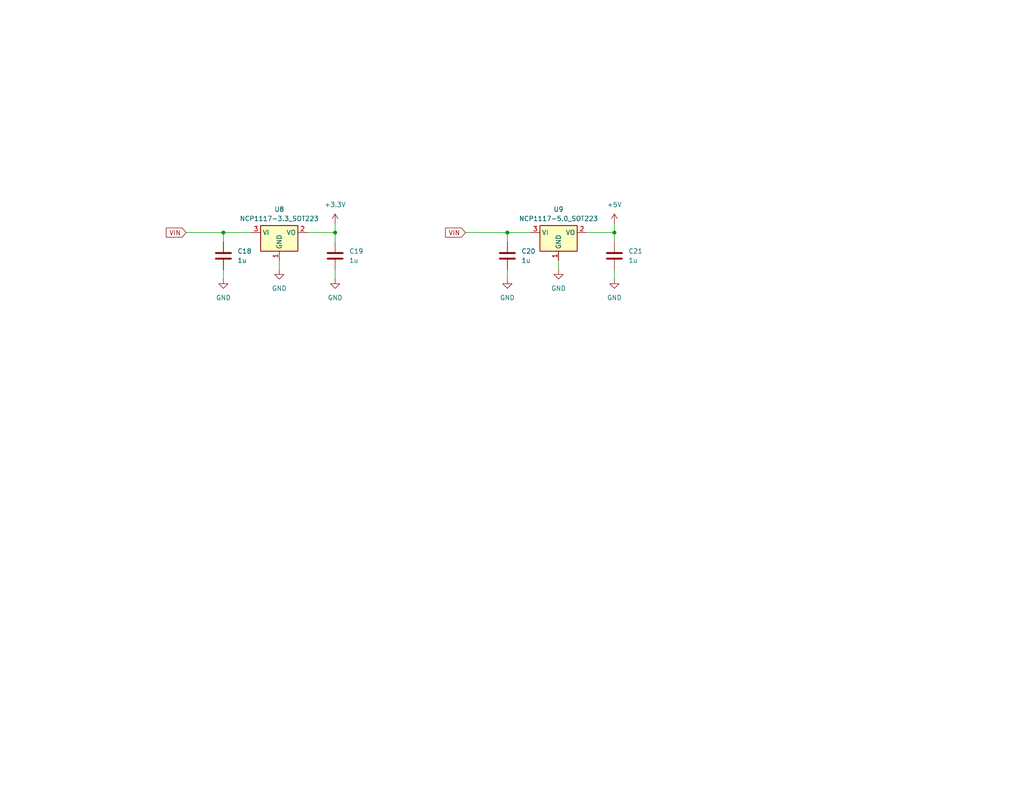
<source format=kicad_sch>
(kicad_sch (version 20231120) (generator "eeschema") (generator_version "8.0")
  (paper "USLetter")
  (title_block (title "DC Sources") (date "2024-04-02") (rev "1"))
  (lib_symbols
    (symbol "Device:C" (pin_numbers hide) (pin_names (offset 0.254))
      (property "Reference" "C" (at 0.635 2.54 0))
      (property "Value" "C" (at 0.635 -2.54 0))
      (symbol "C_0_1"
        (polyline (pts (xy -2.032 -0.762) (xy 2.032 -0.762)) (stroke (width 0.508)))
        (polyline (pts (xy -2.032 0.762) (xy 2.032 0.762)) (stroke (width 0.508)))
      )
      (symbol "C_1_1"
        (pin passive line (at 0 3.81 270) (length 2.794) (name "~") (number "1"))
        (pin passive line (at 0 -3.81 90) (length 2.794) (name "~") (number "2"))
      )
    )
    (symbol "Regulator_Linear:NCP1117-3.3_SOT223"
      (property "Reference" "U" (at -3.81 3.175 0))
      (property "Value" "NCP1117-3.3_SOT223" (at 0 3.175 0))
      (symbol "NCP1117-3.3_SOT223_0_1"
        (rectangle (start -5.08 -5.08) (end 5.08 1.905) (stroke (width 0.254)) (fill (type background)))
      )
      (symbol "NCP1117-3.3_SOT223_1_1"
        (pin power_in line (at 0 -7.62 90) (length 2.54) (name "GND") (number "1"))
        (pin power_out line (at 7.62 0 180) (length 2.54) (name "VO") (number "2"))
        (pin power_in line (at -7.62 0 0) (length 2.54) (name "VI") (number "3"))
      )
    )
    (symbol "Regulator_Linear:NCP1117-5.0_SOT223"
      (property "Reference" "U" (at -3.81 3.175 0))
      (property "Value" "NCP1117-5.0_SOT223" (at 0 3.175 0))
      (symbol "NCP1117-5.0_SOT223_0_1"
        (rectangle (start -5.08 -5.08) (end 5.08 1.905) (stroke (width 0.254)) (fill (type background)))
      )
      (symbol "NCP1117-5.0_SOT223_1_1"
        (pin power_in line (at 0 -7.62 90) (length 2.54) (name "GND") (number "1"))
        (pin power_out line (at 7.62 0 180) (length 2.54) (name "VO") (number "2"))
        (pin power_in line (at -7.62 0 0) (length 2.54) (name "VI") (number "3"))
      )
    )
    (symbol "power:+3.3V" (power) (pin_numbers hide) (pin_names (offset 0) hide)
      (property "Value" "+3.3V" (at 0 3.556 0))
      (symbol "+3.3V_0_1"
        (polyline (pts (xy -0.762 1.27) (xy 0 2.54)))
        (polyline (pts (xy 0 0) (xy 0 2.54)))
        (polyline (pts (xy 0 2.54) (xy 0.762 1.27)))
      )
      (symbol "+3.3V_1_1"
        (pin power_in line (at 0 0 90) (length 0) (name "~") (number "1"))
      )
    )
    (symbol "power:+5V" (power) (pin_numbers hide) (pin_names (offset 0) hide)
      (property "Value" "+5V" (at 0 3.556 0))
      (symbol "+5V_0_1"
        (polyline (pts (xy -0.762 1.27) (xy 0 2.54)))
        (polyline (pts (xy 0 0) (xy 0 2.54)))
        (polyline (pts (xy 0 2.54) (xy 0.762 1.27)))
      )
      (symbol "+5V_1_1"
        (pin power_in line (at 0 0 90) (length 0) (name "~") (number "1"))
      )
    )
    (symbol "power:GND" (power) (pin_numbers hide) (pin_names (offset 0) hide)
      (property "Value" "GND" (at 0 -3.81 0))
      (symbol "GND_0_1"
        (polyline (pts (xy 0 0) (xy 0 -1.27) (xy 1.27 -1.27) (xy 0 -2.54) (xy -1.27 -1.27) (xy 0 -1.27)))
      )
      (symbol "GND_1_1"
        (pin power_in line (at 0 0 270) (length 0) (name "~") (number "1"))
      )
    )
  )
  (junction (at 138.43 63.5))
  (junction (at 167.64 63.5))
  (junction (at 91.44 63.5))
  (junction (at 60.96 63.5))
  (wire (pts (xy 91.44 60.96) (xy 91.44 63.5)))
  (wire (pts (xy 167.64 60.96) (xy 167.64 63.5)))
  (wire (pts (xy 91.44 63.5) (xy 91.44 66.04)))
  (wire (pts (xy 167.64 63.5) (xy 167.64 66.04)))
  (wire (pts (xy 138.43 73.66) (xy 138.43 76.2)))
  (wire (pts (xy 138.43 63.5) (xy 138.43 66.04)))
  (wire (pts (xy 152.4 71.12) (xy 152.4 73.66)))
  (wire (pts (xy 138.43 63.5) (xy 144.78 63.5)))
  (wire (pts (xy 167.64 73.66) (xy 167.64 76.2)))
  (wire (pts (xy 60.96 73.66) (xy 60.96 76.2)))
  (wire (pts (xy 127 63.5) (xy 138.43 63.5)))
  (wire (pts (xy 91.44 73.66) (xy 91.44 76.2)))
  (wire (pts (xy 83.82 63.5) (xy 91.44 63.5)))
  (wire (pts (xy 60.96 63.5) (xy 60.96 66.04)))
  (wire (pts (xy 60.96 63.5) (xy 68.58 63.5)))
  (wire (pts (xy 160.02 63.5) (xy 167.64 63.5)))
  (wire (pts (xy 76.2 71.12) (xy 76.2 73.66)))
  (wire (pts (xy 50.8 63.5) (xy 60.96 63.5)))
  (global_label "VIN" (shape input) (at 50.8 63.5 180) (property "Intersheetrefs" "${INTERSHEET_REFS}" (effects (hide yes))))
  (global_label "VIN" (shape input) (at 127 63.5 180) (property "Intersheetrefs" "${INTERSHEET_REFS}" (effects (hide yes))))
  (symbol (lib_id "power:GND") (at 60.96 76.2 0) (unit 1)
    (property "Reference" "#PWR061" (effects (hide yes)))
    (property "Value" "GND" (at 60.96 81.28 0))
    (property "Description" "Power symbol creates a global label with name \"GND\" , ground" (effects (hide yes)))
    (instances (project "msr20-c" (path "" (reference "#PWR061") (unit 1))) (project "msr20" (path "" (reference "#PWR030") (unit 1))))
  )
  (symbol (lib_id "Device:C") (at 138.43 69.85 0) (unit 1)
    (property "Reference" "C20" (at 142.24 68.5799 0) (effects (justify left)))
    (property "Value" "1u" (at 142.24 71.1199 0) (effects (justify left)))
    (property "Footprint" "Capacitor_SMD:C_0805_2012Metric" (effects (hide yes)))
    (property "Description" "Unpolarized capacitor" (effects (hide yes)))
    (instances (project "msr20-c" (path "" (reference "C20") (unit 1))) (project "msr20" (path "" (reference "C12") (unit 1))))
  )
  (symbol (lib_id "power:GND") (at 138.43 76.2 0) (unit 1)
    (property "Reference" "#PWR063" (effects (hide yes)))
    (property "Value" "GND" (at 138.43 81.28 0))
    (property "Description" "Power symbol creates a global label with name \"GND\" , ground" (effects (hide yes)))
    (instances (project "msr20-c" (path "" (reference "#PWR063") (unit 1))) (project "msr20" (path "" (reference "#PWR026") (unit 1))))
  )
  (symbol (lib_id "power:GND") (at 167.64 76.2 0) (unit 1)
    (property "Reference" "#PWR064" (effects (hide yes)))
    (property "Value" "GND" (at 167.64 81.28 0))
    (property "Description" "Power symbol creates a global label with name \"GND\" , ground" (effects (hide yes)))
    (instances (project "msr20-c" (path "" (reference "#PWR064") (unit 1))) (project "msr20" (path "" (reference "#PWR027") (unit 1))))
  )
  (symbol (lib_id "Device:C") (at 167.64 69.85 0) (unit 1)
    (property "Reference" "C21" (at 171.45 68.5799 0) (effects (justify left)))
    (property "Value" "1u" (at 171.45 71.1199 0) (effects (justify left)))
    (property "Footprint" "Capacitor_SMD:C_0805_2012Metric" (effects (hide yes)))
    (property "Description" "Unpolarized capacitor" (effects (hide yes)))
    (instances (project "msr20-c" (path "" (reference "C21") (unit 1))) (project "msr20" (path "" (reference "C13") (unit 1))))
  )
  (symbol (lib_id "power:+3.3V") (at 91.44 60.96 0) (unit 1)
    (property "Reference" "#PWR055" (effects (hide yes)))
    (property "Value" "+3.3V" (at 91.44 55.88 0))
    (property "Description" "Power symbol creates a global label with name \"+3.3V\"" (effects (hide yes)))
    (instances (project "msr20-c" (path "" (reference "#PWR055") (unit 1))) (project "msr20" (path "" (reference "#PWR031") (unit 1))))
  )
  (symbol (lib_id "power:GND") (at 76.2 73.66 0) (unit 1)
    (property "Reference" "#PWR058" (effects (hide yes)))
    (property "Value" "GND" (at 76.2 78.74 0))
    (property "Description" "Power symbol creates a global label with name \"GND\" , ground" (effects (hide yes)))
    (instances (project "msr20-c" (path "" (reference "#PWR058") (unit 1))) (project "msr20" (path "" (reference "#PWR029") (unit 1))))
  )
  (symbol (lib_id "Regulator_Linear:NCP1117-5.0_SOT223") (at 152.4 63.5 0) (unit 1)
    (property "Reference" "U9" (at 152.4 57.15 0))
    (property "Value" "NCP1117-5.0_SOT223" (at 152.4 59.69 0))
    (property "Footprint" "Package_TO_SOT_SMD:SOT-223-3_TabPin2" (effects (hide yes)))
    (property "Datasheet" "http://www.onsemi.com/pub_link/Collateral/NCP1117-D.PDF" (effects (hide yes)))
    (property "Description" "1A Low drop-out regulator, Fixed Output 5V, SOT-223" (effects (hide yes)))
  )
  (symbol (lib_id "Device:C") (at 91.44 69.85 0) (unit 1)
    (property "Reference" "C19" (at 95.25 68.5799 0) (effects (justify left)))
    (property "Value" "1u" (at 95.25 71.1199 0) (effects (justify left)))
    (property "Footprint" "Capacitor_SMD:C_0805_2012Metric" (effects (hide yes)))
    (property "Description" "Unpolarized capacitor" (effects (hide yes)))
    (instances (project "msr20-c" (path "" (reference "C19") (unit 1))) (project "msr20" (path "" (reference "C11") (unit 1))))
  )
  (symbol (lib_id "Device:C") (at 60.96 69.85 0) (unit 1)
    (property "Reference" "C18" (at 64.77 68.5799 0) (effects (justify left)))
    (property "Value" "1u" (at 64.77 71.1199 0) (effects (justify left)))
    (property "Footprint" "Capacitor_SMD:C_0805_2012Metric" (effects (hide yes)))
    (property "Description" "Unpolarized capacitor" (effects (hide yes)))
    (instances (project "msr20-c" (path "" (reference "C18") (unit 1))) (project "msr20" (path "" (reference "C10") (unit 1))))
  )
  (symbol (lib_id "power:+5V") (at 167.64 60.96 0) (unit 1)
    (property "Reference" "#PWR056" (effects (hide yes)))
    (property "Value" "+5V" (at 167.64 55.88 0))
    (property "Description" "Power symbol creates a global label with name \"+5V\"" (effects (hide yes)))
    (instances (project "msr20-c" (path "" (reference "#PWR056") (unit 1))) (project "msr20" (path "" (reference "#PWR032") (unit 1))))
  )
  (symbol (lib_id "Regulator_Linear:NCP1117-3.3_SOT223") (at 76.2 63.5 0) (unit 1)
    (property "Reference" "U8" (at 76.2 57.15 0))
    (property "Value" "NCP1117-3.3_SOT223" (at 76.2 59.69 0))
    (property "Footprint" "Package_TO_SOT_SMD:SOT-223-3_TabPin2" (effects (hide yes)))
    (property "Datasheet" "http://www.onsemi.com/pub_link/Collateral/NCP1117-D.PDF" (effects (hide yes)))
    (property "Description" "1A Low drop-out regulator, Fixed Output 3.3V, SOT-223" (effects (hide yes)))
  )
  (symbol (lib_id "power:GND") (at 91.44 76.2 0) (unit 1)
    (property "Reference" "#PWR062" (effects (hide yes)))
    (property "Value" "GND" (at 91.44 81.28 0))
    (property "Description" "Power symbol creates a global label with name \"GND\" , ground" (effects (hide yes)))
    (instances (project "msr20-c" (path "" (reference "#PWR062") (unit 1))) (project "msr20" (path "" (reference "#PWR028") (unit 1))))
  )
  (symbol (lib_id "power:GND") (at 152.4 73.66 0) (unit 1)
    (property "Reference" "#PWR059" (effects (hide yes)))
    (property "Value" "GND" (at 152.4 78.74 0))
    (property "Description" "Power symbol creates a global label with name \"GND\" , ground" (effects (hide yes)))
    (instances (project "msr20-c" (path "" (reference "#PWR059") (unit 1))) (project "msr20" (path "" (reference "#PWR025") (unit 1))))
  )
)
</source>
